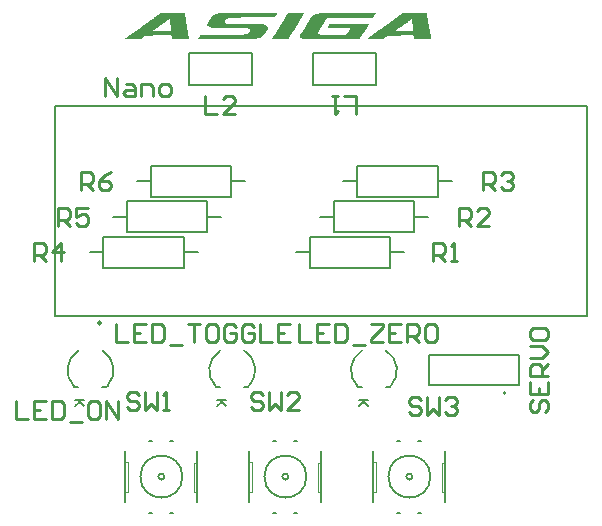
<source format=gto>
G04*
G04 #@! TF.GenerationSoftware,Altium Limited,Altium Designer,23.6.0 (18)*
G04*
G04 Layer_Color=65535*
%FSLAX25Y25*%
%MOIN*%
G70*
G04*
G04 #@! TF.SameCoordinates,54EF131F-FBDF-42A5-9582-CEBE5E936E37*
G04*
G04*
G04 #@! TF.FilePolarity,Positive*
G04*
G01*
G75*
%ADD10C,0.00984*%
%ADD11C,0.00787*%
%ADD12C,0.00600*%
%ADD13C,0.00500*%
%ADD14C,0.00200*%
%ADD15C,0.01000*%
G36*
X141654Y180028D02*
X141694Y179866D01*
X141735Y179583D01*
X141775Y179422D01*
X141816Y179017D01*
X141856Y178896D01*
X141937Y178573D01*
X141998Y178027D01*
X142038Y177865D01*
X142078Y177663D01*
X142159Y177178D01*
X142200Y176774D01*
X142281Y176450D01*
X142341Y176228D01*
X142382Y175702D01*
X142463Y175500D01*
X142503Y175217D01*
X142564Y174752D01*
X142645Y174267D01*
X142685Y174105D01*
X142725Y173863D01*
X142766Y173499D01*
X142826Y173276D01*
X142907Y172953D01*
X142948Y172427D01*
X142988Y172306D01*
X143029Y171983D01*
X143069Y171862D01*
X143109Y171457D01*
X143089Y171356D01*
X142928Y171316D01*
X142645Y171356D01*
X137692Y171336D01*
X137550Y171397D01*
X137490Y171619D01*
X137429Y172407D01*
X137348Y172609D01*
X137187Y172650D01*
X128778Y172609D01*
X128697Y172529D01*
X128414Y172367D01*
X128131Y172165D01*
X128050Y172084D01*
X127848Y171963D01*
X127767Y171882D01*
X127565Y171760D01*
X127484Y171680D01*
X127363Y171639D01*
X127241Y171518D01*
X127160Y171477D01*
X126918Y171316D01*
X121521Y171295D01*
X121440Y171336D01*
X121480Y171498D01*
X121682Y171579D01*
X122107Y171882D01*
X122188Y171922D01*
X122309Y172043D01*
X122592Y172205D01*
X122673Y172286D01*
X122754Y172326D01*
X122794Y172407D01*
X123158Y172609D01*
X123239Y172690D01*
X123320Y172731D01*
X123400Y172812D01*
X123481Y172852D01*
X123704Y173034D01*
X123946Y173196D01*
X124189Y173398D01*
X124431Y173519D01*
X124573Y173661D01*
X124654Y173701D01*
X124896Y173863D01*
X124977Y173903D01*
X125139Y174065D01*
X125220Y174105D01*
X125301Y174186D01*
X125503Y174307D01*
X125584Y174388D01*
X125786Y174510D01*
X125867Y174590D01*
X126150Y174752D01*
X126372Y174934D01*
X126857Y175258D01*
X126958Y175359D01*
X127160Y175480D01*
X127282Y175601D01*
X127403Y175642D01*
X127484Y175722D01*
X127565Y175763D01*
X127787Y175945D01*
X128110Y176147D01*
X128171Y176208D01*
X128252Y176248D01*
X128333Y176329D01*
X128535Y176450D01*
X128616Y176531D01*
X128697Y176571D01*
X129060Y176854D01*
X129343Y177016D01*
X129465Y177137D01*
X129546Y177178D01*
X129627Y177259D01*
X129707Y177299D01*
X129889Y177400D01*
X129910Y177461D01*
X129990Y177501D01*
X130213Y177683D01*
X130435Y177825D01*
X131284Y178431D01*
X131365Y178512D01*
X131648Y178674D01*
X131810Y178795D01*
X131830Y178815D01*
X131890Y178876D01*
X131971Y178916D01*
X132052Y178997D01*
X132133Y179038D01*
X132517Y179300D01*
X132598Y179341D01*
X132638Y179422D01*
X132881Y179543D01*
X132982Y179644D01*
X133063Y179684D01*
X133184Y179806D01*
X133467Y179967D01*
X133548Y180048D01*
X133629Y180089D01*
X133831Y180170D01*
X141209Y180149D01*
X141513Y180170D01*
X141654Y180028D01*
D02*
G37*
G36*
X91806Y180149D02*
X91684Y179947D01*
X91603Y179866D01*
X91563Y179786D01*
X91401Y179502D01*
X91320Y179422D01*
X91159Y179139D01*
X90957Y178815D01*
X90916Y178734D01*
X90815Y178633D01*
X82648D01*
X76382Y178593D01*
X76261Y178552D01*
X75715Y178492D01*
X75513Y178451D01*
X75351Y178411D01*
X75109Y178249D01*
X74967Y178148D01*
X74826Y178007D01*
X74462Y177400D01*
X74260Y176955D01*
X74401Y176774D01*
X74563Y176733D01*
X74846Y176652D01*
X75007Y176612D01*
X75533Y176571D01*
X85054Y176551D01*
X85115Y176571D01*
X85236Y176531D01*
X86327Y176491D01*
X86449Y176450D01*
X86934Y176369D01*
X87278Y176309D01*
X87459Y176208D01*
X87621Y176167D01*
X87884Y176066D01*
X87945Y176005D01*
X88167Y175945D01*
X88410Y175702D01*
X88531Y175500D01*
X88612Y175298D01*
X88571Y174934D01*
X88288Y174408D01*
X88005Y173964D01*
X87965Y173883D01*
X87884Y173802D01*
X87682Y173438D01*
X87399Y172994D01*
X87358Y172913D01*
X87298Y172852D01*
X87237Y172832D01*
X87197Y172751D01*
X87075Y172630D01*
X87035Y172549D01*
X86934Y172448D01*
X86732Y172326D01*
X86327Y172043D01*
X85964Y171882D01*
X85438Y171680D01*
X85155Y171639D01*
X85034Y171599D01*
X84872Y171558D01*
X84589Y171518D01*
X83962Y171457D01*
X82911Y171376D01*
X80930Y171336D01*
X80748Y171316D01*
X80627Y171356D01*
X75311Y171336D01*
X75129Y171356D01*
X75007Y171316D01*
X65406Y171295D01*
X65284Y171376D01*
X65325Y171498D01*
X65487Y171659D01*
X65527Y171821D01*
X65648Y171942D01*
X65770Y172144D01*
X65850Y172225D01*
X65911Y172448D01*
X66053Y172589D01*
X66174Y172791D01*
X66234Y172852D01*
X66396Y172892D01*
X79798Y172913D01*
X79940Y172892D01*
X80061Y172933D01*
X81173Y172994D01*
X81415Y173034D01*
X81618Y173074D01*
X81820Y173155D01*
X82062Y173317D01*
X82264Y173519D01*
X82305Y173600D01*
X82588Y174004D01*
X82709Y174206D01*
X82830Y174489D01*
X82790Y174732D01*
X82366Y174914D01*
X81840Y174954D01*
X81294Y174975D01*
X73552Y174954D01*
X73431Y174995D01*
X73269Y174954D01*
X72865Y174995D01*
X71369Y175035D01*
X71248Y175076D01*
X70864Y175136D01*
X70500Y175177D01*
X70176Y175217D01*
X70015Y175258D01*
X69833Y175318D01*
X69570Y175379D01*
X69408Y175419D01*
X69206Y175500D01*
X68903Y175642D01*
X68620Y175844D01*
X68397Y176066D01*
X68438Y176551D01*
X68600Y176794D01*
X68640Y176915D01*
X68761Y177036D01*
X68883Y177239D01*
X69085Y177602D01*
X69166Y177683D01*
X69206Y177764D01*
X69368Y178007D01*
X69489Y178209D01*
X69752Y178593D01*
X69853Y178734D01*
X69974Y178856D01*
X70015Y178937D01*
X70116Y179038D01*
X70196Y179078D01*
X70399Y179280D01*
X70480Y179321D01*
X70560Y179401D01*
X70762Y179482D01*
X71207Y179684D01*
X71329Y179725D01*
X71611Y179846D01*
X71955Y179907D01*
X72117Y179947D01*
X72359Y179988D01*
X72905Y180048D01*
X73188Y180089D01*
X73977Y180149D01*
X74664Y180190D01*
X91442Y180230D01*
X91664Y180250D01*
X91806Y180149D01*
D02*
G37*
G36*
X100740D02*
X100700Y179988D01*
X100336Y179381D01*
X100255Y179300D01*
X99972Y178775D01*
X99891Y178694D01*
X99810Y178492D01*
X99689Y178370D01*
X99366Y177805D01*
X99204Y177562D01*
X99164Y177481D01*
X98961Y177117D01*
X98678Y176713D01*
X98638Y176592D01*
X98557Y176511D01*
X98234Y175945D01*
X98153Y175864D01*
X98052Y175601D01*
X97910Y175460D01*
X97789Y175258D01*
X97648Y174954D01*
X97587Y174934D01*
X97546Y174853D01*
X97344Y174530D01*
X97183Y174247D01*
X96900Y173802D01*
X96859Y173721D01*
X96697Y173438D01*
X96617Y173357D01*
X96576Y173276D01*
X96374Y172953D01*
X96131Y172508D01*
X96010Y172387D01*
X95909Y172124D01*
X95808Y172023D01*
X95687Y171821D01*
X95525Y171538D01*
X95444Y171457D01*
X95404Y171376D01*
X95343Y171316D01*
X89966Y171356D01*
X89946Y171417D01*
X90128Y171639D01*
X90188Y171781D01*
X90350Y172023D01*
X90391Y172104D01*
X90471Y172185D01*
X90512Y172347D01*
X90552Y172427D01*
X90714Y172589D01*
Y172630D01*
X90916Y172913D01*
X90957Y173034D01*
X91037Y173115D01*
X91078Y173196D01*
X91280Y173519D01*
X91603Y174085D01*
X91684Y174166D01*
X91806Y174368D01*
X92008Y174732D01*
X92291Y175177D01*
X92493Y175540D01*
X92614Y175662D01*
X92715Y175925D01*
X92857Y176066D01*
X92897Y176228D01*
X93018Y176349D01*
X93342Y176915D01*
X93605Y177299D01*
X93686Y177501D01*
X93787Y177602D01*
X93908Y177805D01*
X94110Y178168D01*
X94191Y178249D01*
X94272Y178451D01*
X94353Y178532D01*
X94676Y179098D01*
X94757Y179179D01*
X95080Y179745D01*
X95242Y179988D01*
X95282Y180069D01*
X95505Y180170D01*
X100740Y180149D01*
D02*
G37*
G36*
X60817Y180129D02*
X60918Y180028D01*
X60999Y179826D01*
X61039Y179422D01*
X61100Y179038D01*
X61221Y178310D01*
X61262Y177946D01*
X61302Y177744D01*
X61363Y177522D01*
X61403Y177360D01*
X61444Y177077D01*
X61504Y176612D01*
X61545Y176450D01*
X61626Y175965D01*
X61666Y175601D01*
X61707Y175399D01*
X61787Y175076D01*
X61828Y174752D01*
X61909Y174307D01*
X61949Y174146D01*
X62030Y173620D01*
X62070Y173216D01*
X62151Y172892D01*
X62192Y172690D01*
X62232Y172326D01*
X62273Y172124D01*
X62333Y171902D01*
X62374Y171740D01*
X62414Y171457D01*
X62313Y171316D01*
X61666Y171356D01*
X56997Y171336D01*
X56855Y171397D01*
X56794Y171457D01*
X56754Y171983D01*
X56714Y172144D01*
X56673Y172468D01*
X56532Y172650D01*
X52287D01*
X48001Y172609D01*
X47880Y172488D01*
X47678Y172367D01*
X46707Y171680D01*
X46627Y171639D01*
X46505Y171518D01*
X46303Y171397D01*
X46101Y171316D01*
X40825Y171295D01*
X40704Y171336D01*
X40724Y171477D01*
X41007Y171639D01*
X41391Y171902D01*
X41654Y172084D01*
X41735Y172124D01*
X41856Y172246D01*
X41937Y172286D01*
X42503Y172690D01*
X42584Y172731D01*
X42624Y172812D01*
X42907Y172973D01*
X43696Y173559D01*
X43918Y173701D01*
X44039Y173822D01*
X44161Y173863D01*
X44524Y174146D01*
X44605Y174227D01*
X44767Y174267D01*
X44929Y174429D01*
X45009Y174469D01*
X45131Y174590D01*
X45333Y174712D01*
X45616Y174914D01*
X46020Y175197D01*
X46101Y175237D01*
X46465Y175520D01*
X46748Y175722D01*
X47152Y176005D01*
X47233Y176046D01*
X47314Y176127D01*
X47395Y176167D01*
X48042Y176652D01*
X48123Y176733D01*
X48406Y176895D01*
X48911Y177279D01*
X49133Y177420D01*
X49396Y177602D01*
X49436Y177683D01*
X49639Y177764D01*
X49780Y177865D01*
X49861Y177946D01*
X49942Y177986D01*
X50063Y178108D01*
X50184Y178148D01*
X50265Y178229D01*
X50346Y178269D01*
X50568Y178451D01*
X50791Y178593D01*
X50872Y178674D01*
X51074Y178795D01*
X51862Y179381D01*
X52206Y179604D01*
X52489Y179806D01*
X52893Y180089D01*
X53095Y180170D01*
X60817Y180129D01*
D02*
G37*
G36*
X124634Y180069D02*
X124553Y179988D01*
X124229Y179422D01*
X124148Y179381D01*
X124108Y179219D01*
X124007Y179038D01*
X123946Y179017D01*
X123785Y178734D01*
X123704Y178654D01*
X123663Y178573D01*
X110160Y178532D01*
X109149Y178492D01*
X108664Y178411D01*
X108442Y178310D01*
X108240Y178189D01*
X108159Y178108D01*
X108078Y178067D01*
X108017Y178007D01*
X107977Y177926D01*
X107775Y177643D01*
X107734Y177562D01*
X107573Y177279D01*
X107411Y177036D01*
X107290Y176834D01*
X107128Y176551D01*
X106845Y176107D01*
X106724Y175904D01*
X106522Y175540D01*
X106441Y175460D01*
X106158Y174934D01*
X106077Y174853D01*
X105592Y174004D01*
X105511Y173923D01*
X105268Y173398D01*
X105309Y173155D01*
X105531Y173054D01*
X105854Y172973D01*
X106724Y172913D01*
X106825Y172892D01*
X106906Y172933D01*
X107027Y172892D01*
X114749Y172933D01*
X114850Y173074D01*
X114931Y173155D01*
X115254Y173721D01*
X115335Y173802D01*
X115375Y173883D01*
X115578Y174247D01*
X115739Y174489D01*
X115780Y174570D01*
X115901Y174691D01*
X115941Y174853D01*
X115901Y174975D01*
X115679Y174995D01*
X115557Y174954D01*
X115315Y174995D01*
X115193Y174954D01*
X108664Y174975D01*
X108442Y174954D01*
X108341Y175015D01*
X108381Y175217D01*
X108543Y175379D01*
X108583Y175540D01*
X108745Y175702D01*
X108826Y175904D01*
X108907Y175985D01*
X109069Y176268D01*
X109149Y176349D01*
X109190Y176430D01*
X109291Y176531D01*
X109574Y176571D01*
X109736Y176531D01*
X122370Y176551D01*
X122410Y176430D01*
X122248Y176147D01*
X122167Y176066D01*
X122046Y175864D01*
X121884Y175581D01*
X121763Y175379D01*
X121723Y175298D01*
X121642Y175217D01*
X121480Y174934D01*
X121278Y174570D01*
X121197Y174489D01*
X121076Y174287D01*
X120914Y174004D01*
X120833Y173923D01*
X120550Y173398D01*
X120469Y173317D01*
X120146Y172751D01*
X120065Y172670D01*
X119984Y172468D01*
X119863Y172347D01*
X119540Y171781D01*
X119277Y171397D01*
X119196Y171316D01*
X119034Y171275D01*
X118913Y171316D01*
X103570Y171336D01*
X103469Y171316D01*
X103348Y171356D01*
X102196Y171417D01*
X101225Y171457D01*
X100821Y171498D01*
X100498Y171538D01*
X100336Y171579D01*
X100114Y171639D01*
X99952Y171680D01*
X99669Y171841D01*
X99447Y172023D01*
X99366Y172225D01*
X99325Y172387D01*
X99406Y172711D01*
X99507Y172973D01*
X99568Y173034D01*
X99730Y173317D01*
X99932Y173681D01*
X100013Y173762D01*
X100255Y174206D01*
X100336Y174287D01*
X100417Y174489D01*
X100457Y174570D01*
X100579Y174691D01*
X100700Y174894D01*
X100902Y175258D01*
X100983Y175338D01*
X101306Y175904D01*
X101387Y175985D01*
X101630Y176430D01*
X101791Y176672D01*
X101913Y176875D01*
X102074Y177158D01*
X102277Y177522D01*
X102479Y177805D01*
X102681Y178168D01*
X103065Y178674D01*
X103166Y178815D01*
X103388Y179038D01*
X103469Y179078D01*
X103631Y179240D01*
X103833Y179361D01*
X103914Y179442D01*
X104177Y179543D01*
X104399Y179644D01*
X104783Y179786D01*
X104965Y179846D01*
X105369Y179887D01*
X105491Y179927D01*
X105652Y179967D01*
X106542Y180048D01*
X106703Y180089D01*
X109534Y180129D01*
X115557D01*
X118872Y180170D01*
X124593Y180190D01*
X124634Y180069D01*
D02*
G37*
%LPC*%
G36*
X136560Y178087D02*
X136135Y177784D01*
X136055Y177703D01*
X135893Y177663D01*
X135731Y177501D01*
X135650Y177461D01*
X135529Y177340D01*
X135327Y177218D01*
X134923Y176935D01*
X134842Y176895D01*
X134721Y176774D01*
X134438Y176612D01*
X134357Y176531D01*
X134276Y176491D01*
X134154Y176369D01*
X133871Y176208D01*
X133649Y176026D01*
X133427Y175884D01*
X132901Y175520D01*
X132820Y175480D01*
X132739Y175399D01*
X132659Y175359D01*
X132376Y175156D01*
X132295Y175116D01*
X132174Y174995D01*
X132093Y174954D01*
X131810Y174752D01*
X131729Y174712D01*
X131607Y174590D01*
X131325Y174429D01*
X131264Y174368D01*
X131304Y174247D01*
X135489Y174227D01*
X135529D01*
X137065Y174267D01*
X137126Y174328D01*
X137086Y174853D01*
X137025Y175359D01*
X136964Y175904D01*
X136924Y176066D01*
X136863Y176774D01*
X136742Y177501D01*
X136702Y177986D01*
X136661Y178067D01*
X136560Y178087D01*
D02*
G37*
G36*
X55925Y178067D02*
X55683Y178027D01*
X55521Y177865D01*
X55440Y177825D01*
X55359Y177744D01*
X55157Y177623D01*
X55076Y177542D01*
X54874Y177420D01*
X54793Y177340D01*
X54591Y177218D01*
X54308Y177057D01*
X54146Y176895D01*
X53944Y176774D01*
X53439Y176390D01*
X53115Y176187D01*
X52974Y176086D01*
X52954Y176066D01*
X52934Y176046D01*
X52853Y175965D01*
X52691Y175925D01*
X52570Y175803D01*
X52489Y175763D01*
X52368Y175642D01*
X52287Y175601D01*
X51903Y175338D01*
X51761Y175237D01*
X51539Y175055D01*
X51215Y174853D01*
X51013Y174732D01*
X50973Y174651D01*
X50629Y174469D01*
X50488Y174328D01*
X50589Y174227D01*
X50973Y174247D01*
X56289Y174227D01*
X56390Y174328D01*
X56330Y175116D01*
X56208Y175844D01*
X56168Y176288D01*
X56127Y176693D01*
X56087Y176854D01*
X56026Y177400D01*
X55986Y177926D01*
X55925Y178067D01*
D02*
G37*
%LPD*%
D10*
X33041Y76811D02*
G03*
X33041Y76811I-492J0D01*
G01*
D11*
X72748Y67562D02*
G03*
X71343Y55595I4024J-6538D01*
G01*
X82452Y55859D02*
G03*
X80795Y67562I-5681J5164D01*
G01*
X167874Y53465D02*
G03*
X167874Y53465I-394J0D01*
G01*
X35208Y55859D02*
G03*
X33551Y67562I-5681J5164D01*
G01*
X25504D02*
G03*
X24099Y55595I4024J-6538D01*
G01*
X129696Y55859D02*
G03*
X128039Y67562I-5681J5164D01*
G01*
X119992D02*
G03*
X118587Y55595I4024J-6538D01*
G01*
X17549Y79173D02*
X195049D01*
Y149173D01*
X17549D02*
X195049D01*
X17549Y79173D02*
Y149173D01*
X82117Y55524D02*
X82452Y55859D01*
X71343Y55524D02*
X72772D01*
X80772D02*
X82117D01*
X172480Y56024D02*
Y66024D01*
X142480Y56024D02*
Y66024D01*
X172480D01*
X142480Y56024D02*
X172480D01*
X103583Y166713D02*
X124764D01*
Y156122D02*
Y166713D01*
X103583Y156122D02*
X124764D01*
X103583D02*
Y166713D01*
X62244D02*
X83425D01*
Y156122D02*
Y166713D01*
X62244Y156122D02*
X83425D01*
X62244D02*
Y166713D01*
X33528Y55524D02*
X34872D01*
X24099D02*
X25528D01*
X34872D02*
X35208Y55859D01*
X128016Y55524D02*
X129361D01*
X118587D02*
X120016D01*
X129361D02*
X129696Y55859D01*
D12*
X101488Y25591D02*
G03*
X101488Y25591I-7000J0D01*
G01*
X95488D02*
G03*
X95488Y25591I-1000J0D01*
G01*
X142827D02*
G03*
X142827Y25591I-7000J0D01*
G01*
X136827D02*
G03*
X136827Y25591I-1000J0D01*
G01*
X60150D02*
G03*
X60150Y25591I-7000J0D01*
G01*
X54150D02*
G03*
X54150Y25591I-1000J0D01*
G01*
X106488Y17090D02*
Y20591D01*
X82488Y30591D02*
Y34091D01*
Y20591D02*
Y30591D01*
Y17090D02*
Y20591D01*
X106488D02*
Y30091D01*
Y34091D01*
X97488Y37591D02*
X98488D01*
X90488D02*
X91488D01*
X97488Y13590D02*
X98488D01*
X90488D02*
X91488D01*
X147827Y17090D02*
Y20591D01*
X123827Y30591D02*
Y34091D01*
Y20591D02*
Y30591D01*
Y17090D02*
Y20591D01*
X147827D02*
Y30091D01*
Y34091D01*
X138827Y37591D02*
X139827D01*
X131827D02*
X132827D01*
X138827Y13590D02*
X139827D01*
X131827D02*
X132827D01*
X65150Y17090D02*
Y20591D01*
X41150Y30591D02*
Y34091D01*
Y20591D02*
Y30591D01*
Y17090D02*
Y20591D01*
X65150D02*
Y30091D01*
Y34091D01*
X56150Y37591D02*
X57150D01*
X49150D02*
X50150D01*
X56150Y13590D02*
X57150D01*
X49150D02*
X50150D01*
X74771Y51024D02*
X71772D01*
X72771D01*
X74771Y49024D01*
X73271Y50524D01*
X71772Y49024D01*
X27527Y51024D02*
X24528D01*
X25527D01*
X27527Y49024D01*
X26027Y50524D01*
X24528Y49024D01*
X122015Y51024D02*
X119016D01*
X120015D01*
X122015Y49024D01*
X120515Y50524D01*
X119016Y49024D01*
D13*
X68504Y107087D02*
Y112205D01*
Y117323D01*
X41732D02*
X68504D01*
X41732Y112205D02*
Y117323D01*
Y107087D02*
Y112205D01*
Y107087D02*
X68504D01*
Y112205D02*
X73150D01*
X37087D02*
X41732D01*
X129528Y95276D02*
Y100394D01*
Y105512D01*
X102756D02*
X129528D01*
X102756Y100394D02*
Y105512D01*
Y95276D02*
Y100394D01*
Y95276D02*
X129528D01*
Y100394D02*
X134173D01*
X98110D02*
X102756D01*
X137402Y107087D02*
Y112205D01*
Y117323D01*
X110630D02*
X137402D01*
X110630Y112205D02*
Y117323D01*
Y107087D02*
Y112205D01*
Y107087D02*
X137402D01*
Y112205D02*
X142047D01*
X105984D02*
X110630D01*
X145276Y118898D02*
Y124016D01*
Y129134D01*
X118504D02*
X145276D01*
X118504Y124016D02*
Y129134D01*
Y118898D02*
Y124016D01*
Y118898D02*
X145276D01*
Y124016D02*
X149921D01*
X113858D02*
X118504D01*
X49606D02*
Y129134D01*
Y118898D02*
Y124016D01*
Y118898D02*
X76378D01*
Y124016D01*
Y129134D01*
X49606D02*
X76378D01*
X44961Y124016D02*
X49606D01*
X76378D02*
X81024D01*
X33858Y100394D02*
Y105512D01*
Y95276D02*
Y100394D01*
Y95276D02*
X60630D01*
Y100394D01*
Y105512D01*
X33858D02*
X60630D01*
X29213Y100394D02*
X33858D01*
X60630D02*
X65276D01*
D14*
X82488Y20591D02*
X83488D01*
Y30591D01*
X82488D02*
X83488D01*
X105488Y20591D02*
Y30091D01*
X106488D01*
X105488Y20591D02*
X106488D01*
X123827D02*
X124827D01*
Y30591D01*
X123827D02*
X124827D01*
X146827Y20591D02*
Y30091D01*
X147827D01*
X146827Y20591D02*
X147827D01*
X41150D02*
X42150D01*
Y30591D01*
X41150D02*
X42150D01*
X64150Y20591D02*
Y30091D01*
X65150D01*
X64150Y20591D02*
X65150D01*
D15*
X26498Y121017D02*
Y127015D01*
X29497D01*
X30496Y126015D01*
Y124016D01*
X29497Y123016D01*
X26498D01*
X28497D02*
X30496Y121017D01*
X36494Y127015D02*
X34495Y126015D01*
X32496Y124016D01*
Y122016D01*
X33495Y121017D01*
X35495D01*
X36494Y122016D01*
Y123016D01*
X35495Y124016D01*
X32496D01*
X34279Y152513D02*
Y158511D01*
X38278Y152513D01*
Y158511D01*
X41277Y156511D02*
X43276D01*
X44276Y155512D01*
Y152513D01*
X41277D01*
X40277Y153513D01*
X41277Y154512D01*
X44276D01*
X46275Y152513D02*
Y156511D01*
X49274D01*
X50274Y155512D01*
Y152513D01*
X53273D02*
X55272D01*
X56272Y153513D01*
Y155512D01*
X55272Y156511D01*
X53273D01*
X52273Y155512D01*
Y153513D01*
X53273Y152513D01*
X18624Y109206D02*
Y115204D01*
X21623D01*
X22622Y114204D01*
Y112205D01*
X21623Y111205D01*
X18624D01*
X20623D02*
X22622Y109206D01*
X28620Y115204D02*
X24622D01*
Y112205D01*
X26621Y113204D01*
X27621D01*
X28620Y112205D01*
Y110205D01*
X27621Y109206D01*
X25621D01*
X24622Y110205D01*
X10750Y97395D02*
Y103393D01*
X13749D01*
X14748Y102393D01*
Y100394D01*
X13749Y99394D01*
X10750D01*
X12749D02*
X14748Y97395D01*
X19747D02*
Y103393D01*
X16748Y100394D01*
X20746D01*
X143639Y97395D02*
Y103393D01*
X146638D01*
X147638Y102393D01*
Y100394D01*
X146638Y99394D01*
X143639D01*
X145638D02*
X147638Y97395D01*
X149637D02*
X151637D01*
X150637D01*
Y103393D01*
X149637Y102393D01*
X37938Y76333D02*
Y70336D01*
X41937D01*
X47935Y76333D02*
X43937D01*
Y70336D01*
X47935D01*
X43937Y73334D02*
X45936D01*
X49935Y76333D02*
Y70336D01*
X52934D01*
X53933Y71335D01*
Y75334D01*
X52934Y76333D01*
X49935D01*
X55933Y69336D02*
X59931D01*
X61931Y76333D02*
X65930D01*
X63930D01*
Y70336D01*
X70928Y76333D02*
X68928D01*
X67929Y75334D01*
Y71335D01*
X68928Y70336D01*
X70928D01*
X71927Y71335D01*
Y75334D01*
X70928Y76333D01*
X77926Y75334D02*
X76926Y76333D01*
X74927D01*
X73927Y75334D01*
Y71335D01*
X74927Y70336D01*
X76926D01*
X77926Y71335D01*
Y73334D01*
X75926D01*
X83924Y75334D02*
X82924Y76333D01*
X80925D01*
X79925Y75334D01*
Y71335D01*
X80925Y70336D01*
X82924D01*
X83924Y71335D01*
Y73334D01*
X81924D01*
X85923Y76333D02*
Y70336D01*
X89922D01*
X95920Y76333D02*
X91921D01*
Y70336D01*
X95920D01*
X91921Y73334D02*
X93920D01*
X152482Y109206D02*
Y115204D01*
X155481D01*
X156481Y114204D01*
Y112205D01*
X155481Y111205D01*
X152482D01*
X154481D02*
X156481Y109206D01*
X162479D02*
X158480D01*
X162479Y113204D01*
Y114204D01*
X161479Y115204D01*
X159480D01*
X158480Y114204D01*
X160356Y121017D02*
Y127015D01*
X163355D01*
X164355Y126015D01*
Y124016D01*
X163355Y123016D01*
X160356D01*
X162355D02*
X164355Y121017D01*
X166354Y126015D02*
X167354Y127015D01*
X169353D01*
X170353Y126015D01*
Y125015D01*
X169353Y124016D01*
X168353D01*
X169353D01*
X170353Y123016D01*
Y122016D01*
X169353Y121017D01*
X167354D01*
X166354Y122016D01*
X86937Y52839D02*
X85937Y53839D01*
X83938D01*
X82938Y52839D01*
Y51839D01*
X83938Y50840D01*
X85937D01*
X86937Y49840D01*
Y48840D01*
X85937Y47841D01*
X83938D01*
X82938Y48840D01*
X88936Y53839D02*
Y47841D01*
X90936Y49840D01*
X92935Y47841D01*
Y53839D01*
X98933Y47841D02*
X94934D01*
X98933Y51839D01*
Y52839D01*
X97933Y53839D01*
X95934D01*
X94934Y52839D01*
X139702Y51212D02*
X138702Y52212D01*
X136703D01*
X135703Y51212D01*
Y50212D01*
X136703Y49213D01*
X138702D01*
X139702Y48213D01*
Y47213D01*
X138702Y46214D01*
X136703D01*
X135703Y47213D01*
X141701Y52212D02*
Y46214D01*
X143701Y48213D01*
X145700Y46214D01*
Y52212D01*
X147699Y51212D02*
X148699Y52212D01*
X150698D01*
X151698Y51212D01*
Y50212D01*
X150698Y49213D01*
X149699D01*
X150698D01*
X151698Y48213D01*
Y47213D01*
X150698Y46214D01*
X148699D01*
X147699Y47213D01*
X45598Y52839D02*
X44599Y53839D01*
X42599D01*
X41600Y52839D01*
Y51839D01*
X42599Y50840D01*
X44599D01*
X45598Y49840D01*
Y48840D01*
X44599Y47841D01*
X42599D01*
X41600Y48840D01*
X47598Y53839D02*
Y47841D01*
X49597Y49840D01*
X51596Y47841D01*
Y53839D01*
X53596Y47841D02*
X55595D01*
X54595D01*
Y53839D01*
X53596Y52839D01*
X67836Y152605D02*
Y146607D01*
X71835D01*
X77833D02*
X73834D01*
X77833Y150606D01*
Y151606D01*
X76833Y152605D01*
X74834D01*
X73834Y151606D01*
X118172Y146607D02*
Y152605D01*
X114173D01*
X112174D02*
X110175D01*
X111174D01*
Y146607D01*
X112174Y147607D01*
X177135Y51027D02*
X176135Y50027D01*
Y48028D01*
X177135Y47028D01*
X178134D01*
X179134Y48028D01*
Y50027D01*
X180133Y51027D01*
X181133D01*
X182133Y50027D01*
Y48028D01*
X181133Y47028D01*
X176135Y57025D02*
Y53026D01*
X182133D01*
Y57025D01*
X179134Y53026D02*
Y55026D01*
X182133Y59024D02*
X176135D01*
Y62023D01*
X177135Y63023D01*
X179134D01*
X180133Y62023D01*
Y59024D01*
Y61024D02*
X182133Y63023D01*
X176135Y65022D02*
X180133D01*
X182133Y67022D01*
X180133Y69021D01*
X176135D01*
Y74019D02*
Y72020D01*
X177135Y71020D01*
X181133D01*
X182133Y72020D01*
Y74019D01*
X181133Y75019D01*
X177135D01*
X176135Y74019D01*
X99055Y76333D02*
Y70336D01*
X103053D01*
X109052Y76333D02*
X105053D01*
Y70336D01*
X109052D01*
X105053Y73334D02*
X107052D01*
X111051Y76333D02*
Y70336D01*
X114050D01*
X115050Y71335D01*
Y75334D01*
X114050Y76333D01*
X111051D01*
X117049Y69336D02*
X121048D01*
X123047Y76333D02*
X127046D01*
Y75334D01*
X123047Y71335D01*
Y70336D01*
X127046D01*
X133044Y76333D02*
X129045D01*
Y70336D01*
X133044D01*
X129045Y73334D02*
X131044D01*
X135043Y70336D02*
Y76333D01*
X138042D01*
X139042Y75334D01*
Y73334D01*
X138042Y72335D01*
X135043D01*
X137042D02*
X139042Y70336D01*
X144040Y76333D02*
X142041D01*
X141041Y75334D01*
Y71335D01*
X142041Y70336D01*
X144040D01*
X145040Y71335D01*
Y75334D01*
X144040Y76333D01*
X4659Y50743D02*
Y44745D01*
X8658D01*
X14656Y50743D02*
X10657D01*
Y44745D01*
X14656D01*
X10657Y47744D02*
X12656D01*
X16655Y50743D02*
Y44745D01*
X19654D01*
X20654Y45745D01*
Y49743D01*
X19654Y50743D01*
X16655D01*
X22653Y43745D02*
X26652D01*
X31650Y50743D02*
X29651D01*
X28651Y49743D01*
Y45745D01*
X29651Y44745D01*
X31650D01*
X32650Y45745D01*
Y49743D01*
X31650Y50743D01*
X34649Y44745D02*
Y50743D01*
X38648Y44745D01*
Y50743D01*
M02*

</source>
